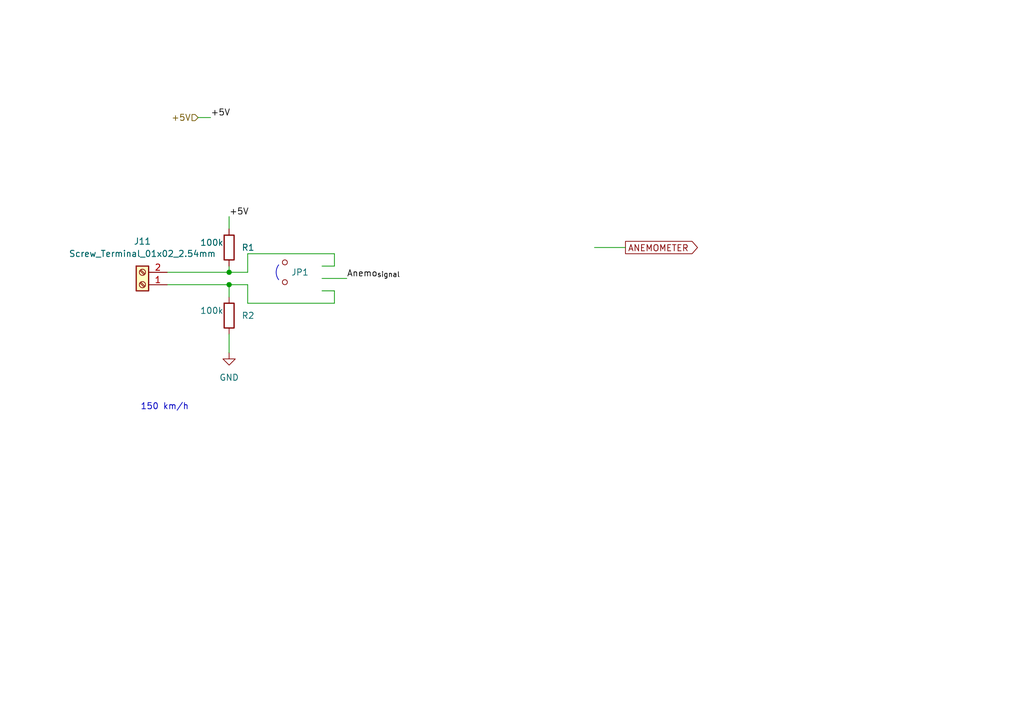
<source format=kicad_sch>
(kicad_sch (version 20231120) (generator "eeschema") (generator_version "8.0")
  (paper "A5")
  (title_block (title "MCU interfaces") (date "2024-04-17") (rev "1.0"))
  (lib_symbols
    (symbol "CREPP_Jumpers:Jumper_2.54mm_blue" (pin_numbers hide) (pin_names (offset 0) hide) (exclude_from_sim yes)
      (property "Reference" "JP" (at 0 2.794 0))
      (symbol "Jumper_2.54mm_blue_0_0"
        (circle (center -2.032 0) (radius 0.508))
        (circle (center 2.032 0) (radius 0.508))
      )
      (symbol "Jumper_2.54mm_blue_1_1"
        (arc (start 1.524 1.27) (mid 0 1.778) (end -1.524 1.27) (stroke (width 0) (color 0 0 194 1)))
      )
    )
    (symbol "CREPP_Resistors:Resistor_THT_250mW (standard)" (pin_numbers hide) (pin_names (offset 0))
      (property "Reference" "R" (at 2.032 0 90))
      (symbol "Resistor_THT_250mW (standard)_0_1"
        (rectangle (start -1.016 -2.54) (end 1.016 2.54) (stroke (width 0.254)))
      )
      (symbol "Resistor_THT_250mW (standard)_1_1"
        (pin passive line (at 0 3.81 270) (length 1.27) (name "~") (number "1"))
        (pin passive line (at 0 -3.81 90) (length 1.27) (name "~") (number "2"))
      )
    )
    (symbol "CREPP_Screw_Terminal:Screw_Terminal_01x02_5.08mm" (pin_names (offset 1.016) hide)
      (property "Reference" "J" (at 0 2.54 0))
      (property "Value" "Screw_Terminal_01x02_2.54mm" (at 0 -5.08 0))
      (symbol "Screw_Terminal_01x02_5.08mm_1_1"
        (rectangle (start -1.27 1.27) (end 1.27 -3.81) (stroke (width 0.254)) (fill (type background)))
        (circle (center 0 -2.54) (radius 0.635) (stroke (width 0.1524)))
        (polyline (pts (xy -0.5334 -2.2098) (xy 0.3302 -3.048)) (stroke (width 0.1524)))
        (polyline (pts (xy -0.5334 0.3302) (xy 0.3302 -0.508)) (stroke (width 0.1524)))
        (polyline (pts (xy -0.3556 -2.032) (xy 0.508 -2.8702)) (stroke (width 0.1524)))
        (polyline (pts (xy -0.3556 0.508) (xy 0.508 -0.3302)) (stroke (width 0.1524)))
        (circle (center 0 0) (radius 0.635) (stroke (width 0.1524)))
        (pin passive line (at -5.08 0 0) (length 3.81) (name "Pin_1") (number "1"))
        (pin passive line (at -5.08 -2.54 0) (length 3.81) (name "Pin_2") (number "2"))
      )
    )
    (symbol "power:GND" (power) (pin_numbers hide) (pin_names (offset 0) hide)
      (property "Value" "GND" (at 0 -3.81 0))
      (symbol "GND_0_1"
        (polyline (pts (xy 0 0) (xy 0 -1.27) (xy 1.27 -1.27) (xy 0 -2.54) (xy -1.27 -1.27) (xy 0 -1.27)))
      )
      (symbol "GND_1_1"
        (pin power_in line (at 0 0 270) (length 0) (name "~") (number "1"))
      )
    )
  )
  (junction (at 46.99 58.42))
  (junction (at 46.99 55.88))
  (wire (pts (xy 50.8 52.07) (xy 50.8 55.88)))
  (wire (pts (xy 66.04 59.69) (xy 68.58 59.69)))
  (wire (pts (xy 34.29 55.88) (xy 46.99 55.88)))
  (wire (pts (xy 50.8 55.88) (xy 46.99 55.88)))
  (wire (pts (xy 34.29 58.42) (xy 46.99 58.42)))
  (wire (pts (xy 121.92 50.8) (xy 128.27 50.8)))
  (wire (pts (xy 46.99 44.45) (xy 46.99 46.99)))
  (wire (pts (xy 68.58 59.69) (xy 68.58 62.23)))
  (wire (pts (xy 50.8 62.23) (xy 50.8 58.42)))
  (wire (pts (xy 68.58 62.23) (xy 50.8 62.23)))
  (wire (pts (xy 46.99 72.39) (xy 46.99 68.58)))
  (wire (pts (xy 40.64 24.13) (xy 43.18 24.13)))
  (wire (pts (xy 50.8 58.42) (xy 46.99 58.42)))
  (wire (pts (xy 66.04 54.61) (xy 68.58 54.61)))
  (wire (pts (xy 68.58 52.07) (xy 50.8 52.07)))
  (wire (pts (xy 46.99 60.96) (xy 46.99 58.42)))
  (wire (pts (xy 66.04 57.15) (xy 71.12 57.15)))
  (wire (pts (xy 46.99 55.88) (xy 46.99 54.61)))
  (wire (pts (xy 68.58 54.61) (xy 68.58 52.07)))
  (text "150 km/h" (at 33.782 83.566 0) (effects (font (size 1.27 1.27))))
  (label "+5V" (at 46.99 44.45 0))
  (label "+5V" (at 43.18 24.13 0))
  (label "Anemo_{signal}" (at 71.12 57.15 0))
  (global_label "ANEMOMETER" (shape output) (at 128.27 50.8 0) (property "Intersheetrefs" "${INTERSHEET_REFS}" (effects (hide yes))))
  (hierarchical_label "+5V" (shape input) (at 40.64 24.13 180))
  (symbol (lib_id "CREPP_Resistors:Resistor_THT_250mW (standard)") (at 46.99 64.77 0) (unit 1)
    (property "Reference" "R2" (at 49.53 64.7699 0) (effects (justify left)))
    (property "Value" "100k" (at 43.434 63.754 0))
    (property "Footprint" "Resistor_THT:R_Axial_DIN0207_L6.3mm_D2.5mm_P7.62mm_Horizontal" (effects (hide yes)))
    (property "Description" "Standard resistor - 1/4W - THT version" (effects (hide yes)))
  )
  (symbol (lib_id "CREPP_Jumpers:Jumper_2.54mm_blue") (at 58.42 55.88 90) (unit 1) (exclude_from_sim yes)
    (property "Reference" "JP1" (at 59.69 55.8799 90) (effects (justify right)))
    (property "Value" "Jumper_2.54mm_blue" (effects (hide yes)))
    (property "Footprint" "CREPP_Jumpers:Jumper_2.54mm_blue" (effects (hide yes)))
    (property "Description" "Jumper, 2-pole, open" (effects (hide yes)))
  )
  (symbol (lib_id "CREPP_Screw_Terminal:Screw_Terminal_01x02_5.08mm") (at 29.21 58.42 180) (unit 1)
    (property "Reference" "J11" (at 29.21 49.53 0))
    (property "Value" "Screw_Terminal_01x02_2.54mm" (at 29.21 52.07 0))
    (property "Footprint" "TerminalBlock_Phoenix:TerminalBlock_Phoenix_MKDS-1,5-2-5.08_1x02_P5.08mm_Horizontal" (effects (hide yes)))
    (property "Description" "Generic screw terminal, single row, 01x02, script generated (kicad-library-utils/schlib/autogen/connector/)" (effects (hide yes)))
  )
  (symbol (lib_id "power:GND") (at 46.99 72.39 0) (unit 1)
    (property "Reference" "#PWR01" (effects (hide yes)))
    (property "Value" "GND" (at 46.99 77.47 0))
    (property "Description" "Power symbol creates a global label with name \"GND\" , ground" (effects (hide yes)))
  )
  (symbol (lib_id "CREPP_Resistors:Resistor_THT_250mW (standard)") (at 46.99 50.8 0) (unit 1)
    (property "Reference" "R1" (at 49.53 50.7999 0) (effects (justify left)))
    (property "Value" "100k" (at 43.434 49.784 0))
    (property "Footprint" "Resistor_THT:R_Axial_DIN0207_L6.3mm_D2.5mm_P7.62mm_Horizontal" (effects (hide yes)))
    (property "Description" "Standard resistor - 1/4W - THT version" (effects (hide yes)))
  )
)
</source>
